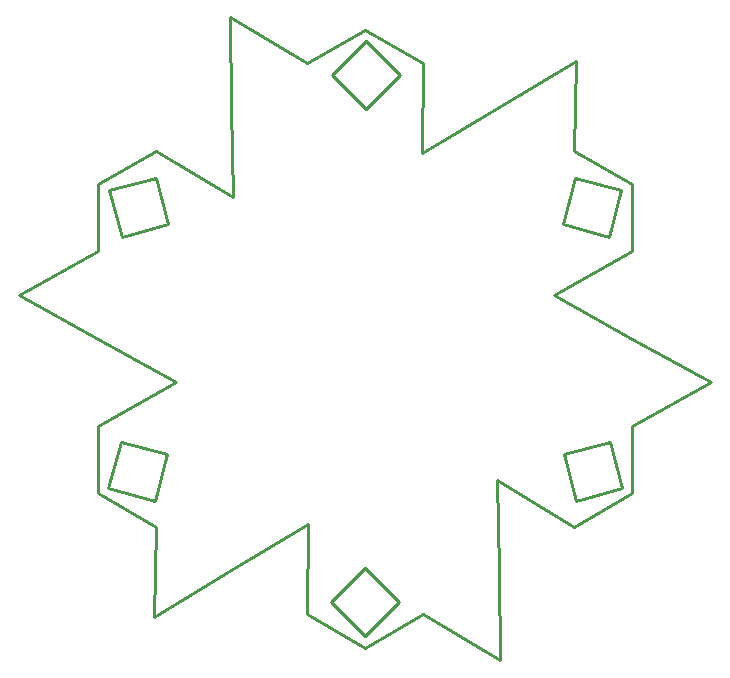
<source format=gko>
G04 Layer: BoardOutlineLayer*
G04 Panelize: , Column: 4, Row: 1, Board Size: 58.61mm x 54.45mm, Panelized Board Size: 234.42mm x 54.45mm*
G04 EasyEDA v6.5.34, 2023-08-10 18:14:54*
G04 780bab0029a440d288e4cb8bfd1748dc,5a6b42c53f6a479593ecc07194224c93,10*
G04 Gerber Generator version 0.2*
G04 Scale: 100 percent, Rotated: No, Reflected: No *
G04 Dimensions in millimeters *
G04 leading zeros omitted , absolute positions ,4 integer and 5 decimal *
%FSLAX45Y45*%
%MOMM*%

%ADD10C,0.2540*%
D10*
X3938148Y968783D02*
G01*
X4330700Y863600D01*
X4330700Y863600D02*
G01*
X4435883Y1256151D01*
X4435883Y1256151D02*
G01*
X4043332Y1361335D01*
X4043332Y1361335D02*
G01*
X3938148Y968783D01*
X90048Y-1266416D02*
G01*
X482600Y-1371600D01*
X482600Y-1371600D02*
G01*
X587783Y-979048D01*
X587783Y-979048D02*
G01*
X195232Y-873864D01*
X195232Y-873864D02*
G01*
X90048Y-1266416D01*
X3946116Y-979048D02*
G01*
X4051300Y-1371600D01*
X4051300Y-1371600D02*
G01*
X4443851Y-1266416D01*
X4443851Y-1266416D02*
G01*
X4338667Y-873864D01*
X4338667Y-873864D02*
G01*
X3946116Y-979048D01*
X98016Y1256151D02*
G01*
X203200Y863600D01*
X203200Y863600D02*
G01*
X595751Y968783D01*
X595751Y968783D02*
G01*
X490567Y1361335D01*
X490567Y1361335D02*
G01*
X98016Y1256151D01*
X1985932Y2230467D02*
G01*
X2273300Y1943100D01*
X2273300Y1943100D02*
G01*
X2560667Y2230467D01*
X2560667Y2230467D02*
G01*
X2273300Y2517835D01*
X2273300Y2517835D02*
G01*
X1985932Y2230467D01*
X1973232Y-2227232D02*
G01*
X2260600Y-2514600D01*
X2260600Y-2514600D02*
G01*
X2547967Y-2227232D01*
X2547967Y-2227232D02*
G01*
X2260600Y-1939864D01*
X2260600Y-1939864D02*
G01*
X1973232Y-2227232D01*
X3396493Y-1960796D02*
G01*
X3383958Y-1198897D01*
X3396493Y-1960796D02*
G01*
X3409027Y-2722704D01*
X2264122Y-2614571D02*
G01*
X2755460Y-2330897D01*
X2755460Y-2330897D02*
G01*
X3408997Y-2722727D01*
X4037525Y-1590697D02*
G01*
X4528383Y-1307299D01*
X3383958Y-1198897D02*
G01*
X4037533Y-1590710D01*
X1132298Y-1960796D02*
G01*
X1785853Y-1568991D01*
X1132298Y-1960796D02*
G01*
X478734Y-2352606D01*
X-71Y-1307023D02*
G01*
X491266Y-1590697D01*
X491266Y-1590697D02*
G01*
X478698Y-2352591D01*
X1773331Y-2330897D02*
G01*
X2264189Y-2614292D01*
X1785853Y-1568991D02*
G01*
X1773323Y-2330909D01*
X0Y0D02*
G01*
X666089Y-370093D01*
X0Y0D02*
G01*
X-666099Y370098D01*
X0Y1307548D02*
G01*
X0Y740199D01*
X0Y740199D02*
G01*
X-666104Y370136D01*
X0Y-740199D02*
G01*
X0Y-1306995D01*
X666089Y-370093D02*
G01*
X-15Y-740199D01*
X1132298Y1960796D02*
G01*
X1144833Y1198897D01*
X1132298Y1960796D02*
G01*
X1119764Y2722704D01*
X2264669Y2614569D02*
G01*
X1773331Y2330894D01*
X1773331Y2330894D02*
G01*
X1119794Y2722727D01*
X491266Y1590695D02*
G01*
X408Y1307297D01*
X1144833Y1198897D02*
G01*
X491258Y1590710D01*
X3396493Y1960796D02*
G01*
X2742938Y1568991D01*
X3396493Y1960796D02*
G01*
X4050057Y2352606D01*
X4528863Y1307020D02*
G01*
X4037525Y1590695D01*
X4037525Y1590695D02*
G01*
X4050093Y2352591D01*
X2755460Y2330894D02*
G01*
X2264603Y2614292D01*
X2742938Y1568991D02*
G01*
X2755468Y2330909D01*
X4528390Y0D02*
G01*
X3862301Y370093D01*
X4528390Y0D02*
G01*
X5194490Y-370098D01*
X4528390Y-1307548D02*
G01*
X4528390Y-740199D01*
X4528390Y-740199D02*
G01*
X5194495Y-370136D01*
X4528390Y740199D02*
G01*
X4528390Y1306995D01*
X3862301Y370093D02*
G01*
X4528405Y740199D01*

%LPD*%
M02*

</source>
